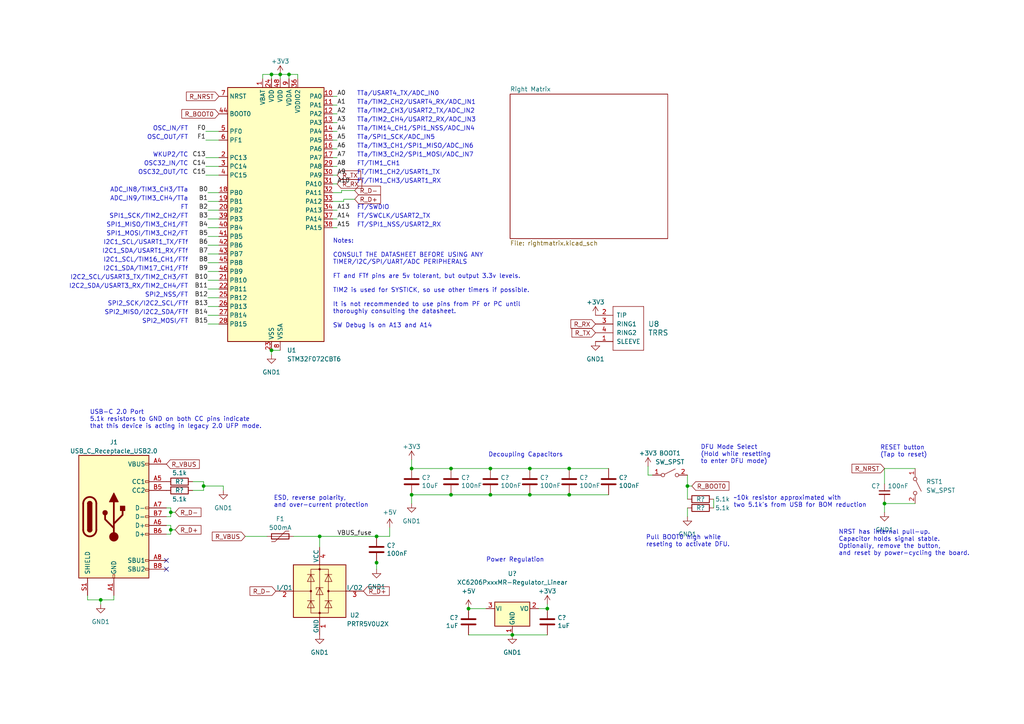
<source format=kicad_sch>
(kicad_sch (version 20230121) (generator eeschema)
  (paper "A4")
  (lib_symbols
    (symbol "+5V_1" (power) (pin_names (offset 0))
      (property "Value" "+5V_1" (at 0 3.556 0))
      (symbol "+5V_1_0_1"
        (polyline (pts (xy -0.762 1.27) (xy 0 2.54)))
        (polyline (pts (xy 0 0) (xy 0 2.54)))
        (polyline (pts (xy 0 2.54) (xy 0.762 1.27)))
      )
      (symbol "+5V_1_1_1"
        (pin power_in line (at 0 0 90) (length 0) hide (name "+5V") (number "1"))
      )
    )
    (symbol "Connector:USB_C_Receptacle_USB2.0" (pin_names (offset 1.016))
      (property "Reference" "J" (at -10.16 19.05 0))
      (property "Value" "USB_C_Receptacle_USB2.0" (at 19.05 19.05 0))
      (symbol "USB_C_Receptacle_USB2.0_0_0"
        (rectangle (start -0.254 -17.78) (end 0.254 -16.764))
        (rectangle (start 10.16 -14.986) (end 9.144 -15.494))
        (rectangle (start 10.16 -12.446) (end 9.144 -12.954))
        (rectangle (start 10.16 -4.826) (end 9.144 -5.334))
        (rectangle (start 10.16 -2.286) (end 9.144 -2.794))
        (rectangle (start 10.16 0.254) (end 9.144 -0.254))
        (rectangle (start 10.16 2.794) (end 9.144 2.286))
        (rectangle (start 10.16 7.874) (end 9.144 7.366))
        (rectangle (start 10.16 10.414) (end 9.144 9.906))
        (rectangle (start 10.16 15.494) (end 9.144 14.986))
      )
      (symbol "USB_C_Receptacle_USB2.0_0_1"
        (rectangle (start -10.16 17.78) (end 10.16 -17.78) (stroke (width 0.254)) (fill (type background)))
        (arc (start -8.89 -3.81) (mid -6.985 -5.7067) (end -5.08 -3.81) (stroke (width 0.508)))
        (arc (start -7.62 -3.81) (mid -6.985 -4.4423) (end -6.35 -3.81) (stroke (width 0.254)))
        (arc (start -7.62 -3.81) (mid -6.985 -4.4423) (end -6.35 -3.81) (stroke (width 0.254)) (fill (type outline)))
        (rectangle (start -7.62 -3.81) (end -6.35 3.81) (stroke (width 0.254)) (fill (type outline)))
        (arc (start -6.35 3.81) (mid -6.985 4.4423) (end -7.62 3.81) (stroke (width 0.254)))
        (arc (start -6.35 3.81) (mid -6.985 4.4423) (end -7.62 3.81) (stroke (width 0.254)) (fill (type outline)))
        (arc (start -5.08 3.81) (mid -6.985 5.7067) (end -8.89 3.81) (stroke (width 0.508)))
        (circle (center -2.54 1.143) (radius 0.635) (stroke (width 0.254)) (fill (type outline)))
        (circle (center 0 -5.842) (radius 1.27) (fill (type outline)))
        (polyline (pts (xy -8.89 -3.81) (xy -8.89 3.81)) (stroke (width 0.508)))
        (polyline (pts (xy -5.08 3.81) (xy -5.08 -3.81)) (stroke (width 0.508)))
        (polyline (pts (xy 0 -5.842) (xy 0 4.318)) (stroke (width 0.508)))
        (polyline (pts (xy 0 -3.302) (xy -2.54 -0.762) (xy -2.54 0.508)) (stroke (width 0.508)))
        (polyline (pts (xy 0 -2.032) (xy 2.54 0.508) (xy 2.54 1.778)) (stroke (width 0.508)))
        (polyline (pts (xy -1.27 4.318) (xy 0 6.858) (xy 1.27 4.318) (xy -1.27 4.318)) (stroke (width 0.254)) (fill (type outline)))
        (rectangle (start 1.905 1.778) (end 3.175 3.048) (stroke (width 0.254)) (fill (type outline)))
      )
      (symbol "USB_C_Receptacle_USB2.0_1_1"
        (pin passive line (at 0 -22.86 90) (length 5.08) (name "GND") (number "A1"))
        (pin passive line (at 0 -22.86 90) (length 5.08) hide (name "GND") (number "A12"))
        (pin passive line (at 15.24 15.24 180) (length 5.08) (name "VBUS") (number "A4"))
        (pin bidirectional line (at 15.24 10.16 180) (length 5.08) (name "CC1") (number "A5"))
        (pin bidirectional line (at 15.24 -2.54 180) (length 5.08) (name "D+") (number "A6"))
        (pin bidirectional line (at 15.24 2.54 180) (length 5.08) (name "D-") (number "A7"))
        (pin bidirectional line (at 15.24 -12.7 180) (length 5.08) (name "SBU1") (number "A8"))
        (pin passive line (at 15.24 15.24 180) (length 5.08) hide (name "VBUS") (number "A9"))
        (pin passive line (at 0 -22.86 90) (length 5.08) hide (name "GND") (number "B1"))
        (pin passive line (at 0 -22.86 90) (length 5.08) hide (name "GND") (number "B12"))
        (pin passive line (at 15.24 15.24 180) (length 5.08) hide (name "VBUS") (number "B4"))
        (pin bidirectional line (at 15.24 7.62 180) (length 5.08) (name "CC2") (number "B5"))
        (pin bidirectional line (at 15.24 -5.08 180) (length 5.08) (name "D+") (number "B6"))
        (pin bidirectional line (at 15.24 0 180) (length 5.08) (name "D-") (number "B7"))
        (pin bidirectional line (at 15.24 -15.24 180) (length 5.08) (name "SBU2") (number "B8"))
        (pin passive line (at 15.24 15.24 180) (length 5.08) hide (name "VBUS") (number "B9"))
        (pin passive line (at -7.62 -22.86 90) (length 5.08) (name "SHIELD") (number "S1"))
      )
    )
    (symbol "Device:C" (pin_numbers hide) (pin_names (offset 0.254))
      (property "Reference" "C" (at 0.635 2.54 0))
      (property "Value" "C" (at 0.635 -2.54 0))
      (symbol "C_0_1"
        (polyline (pts (xy -2.032 -0.762) (xy 2.032 -0.762)) (stroke (width 0.508)))
        (polyline (pts (xy -2.032 0.762) (xy 2.032 0.762)) (stroke (width 0.508)))
      )
      (symbol "C_1_1"
        (pin passive line (at 0 3.81 270) (length 2.794) (name "~") (number "1"))
        (pin passive line (at 0 -3.81 90) (length 2.794) (name "~") (number "2"))
      )
    )
    (symbol "Device:C_Small" (pin_numbers hide) (pin_names (offset 0.254) hide)
      (property "Reference" "C" (at 0.254 1.778 0))
      (property "Value" "C_Small" (at 0.254 -2.032 0))
      (symbol "C_Small_0_1"
        (polyline (pts (xy -1.524 -0.508) (xy 1.524 -0.508)) (stroke (width 0.3302)))
        (polyline (pts (xy -1.524 0.508) (xy 1.524 0.508)) (stroke (width 0.3048)))
      )
      (symbol "C_Small_1_1"
        (pin passive line (at 0 2.54 270) (length 2.032) (name "~") (number "1"))
        (pin passive line (at 0 -2.54 90) (length 2.032) (name "~") (number "2"))
      )
    )
    (symbol "Device:Polyfuse" (pin_numbers hide) (pin_names (offset 0))
      (property "Reference" "F" (at -2.54 0 90))
      (property "Value" "Polyfuse" (at 2.54 0 90))
      (symbol "Polyfuse_0_1"
        (rectangle (start -0.762 2.54) (end 0.762 -2.54) (stroke (width 0.254)))
        (polyline (pts (xy 0 2.54) (xy 0 -2.54)))
        (polyline (pts (xy -1.524 2.54) (xy -1.524 1.524) (xy 1.524 -1.524) (xy 1.524 -2.54)))
      )
      (symbol "Polyfuse_1_1"
        (pin passive line (at 0 3.81 270) (length 1.27) (name "~") (number "1"))
        (pin passive line (at 0 -3.81 90) (length 1.27) (name "~") (number "2"))
      )
    )
    (symbol "Device:R" (pin_numbers hide) (pin_names (offset 0))
      (property "Reference" "R" (at 2.032 0 90))
      (property "Value" "R" (at 0 0 90))
      (symbol "R_0_1"
        (rectangle (start -1.016 -2.54) (end 1.016 2.54) (stroke (width 0.254)))
      )
      (symbol "R_1_1"
        (pin passive line (at 0 3.81 270) (length 1.27) (name "~") (number "1"))
        (pin passive line (at 0 -3.81 90) (length 1.27) (name "~") (number "2"))
      )
    )
    (symbol "MCU_ST_STM32F0:STM32F072CBTx"
      (property "Reference" "U" (at -12.7 39.37 0))
      (property "Value" "STM32F072CBTx" (at 10.16 39.37 0))
      (symbol "STM32F072CBTx_0_1"
        (rectangle (start -12.7 -35.56) (end 15.24 38.1) (stroke (width 0.254)) (fill (type background)))
      )
      (symbol "STM32F072CBTx_1_1"
        (pin power_in line (at -2.54 40.64 270) (length 2.54) (name "VBAT") (number "1"))
        (pin bidirectional line (at 17.78 35.56 180) (length 2.54) (name "PA0") (number "10"))
        (pin bidirectional line (at 17.78 33.02 180) (length 2.54) (name "PA1") (number "11"))
        (pin bidirectional line (at 17.78 30.48 180) (length 2.54) (name "PA2") (number "12"))
        (pin bidirectional line (at 17.78 27.94 180) (length 2.54) (name "PA3") (number "13"))
        (pin bidirectional line (at 17.78 25.4 180) (length 2.54) (name "PA4") (number "14"))
        (pin bidirectional line (at 17.78 22.86 180) (length 2.54) (name "PA5") (number "15"))
        (pin bidirectional line (at 17.78 20.32 180) (length 2.54) (name "PA6") (number "16"))
        (pin bidirectional line (at 17.78 17.78 180) (length 2.54) (name "PA7") (number "17"))
        (pin bidirectional line (at -15.24 7.62 0) (length 2.54) (name "PB0") (number "18"))
        (pin bidirectional line (at -15.24 5.08 0) (length 2.54) (name "PB1") (number "19"))
        (pin bidirectional line (at -15.24 17.78 0) (length 2.54) (name "PC13") (number "2"))
        (pin bidirectional line (at -15.24 2.54 0) (length 2.54) (name "PB2") (number "20"))
        (pin bidirectional line (at -15.24 -17.78 0) (length 2.54) (name "PB10") (number "21"))
        (pin bidirectional line (at -15.24 -20.32 0) (length 2.54) (name "PB11") (number "22"))
        (pin power_in line (at 0 -38.1 90) (length 2.54) (name "VSS") (number "23"))
        (pin power_in line (at 0 40.64 270) (length 2.54) (name "VDD") (number "24"))
        (pin bidirectional line (at -15.24 -22.86 0) (length 2.54) (name "PB12") (number "25"))
        (pin bidirectional line (at -15.24 -25.4 0) (length 2.54) (name "PB13") (number "26"))
        (pin bidirectional line (at -15.24 -27.94 0) (length 2.54) (name "PB14") (number "27"))
        (pin bidirectional line (at -15.24 -30.48 0) (length 2.54) (name "PB15") (number "28"))
        (pin bidirectional line (at 17.78 15.24 180) (length 2.54) (name "PA8") (number "29"))
        (pin bidirectional line (at -15.24 15.24 0) (length 2.54) (name "PC14") (number "3"))
        (pin bidirectional line (at 17.78 12.7 180) (length 2.54) (name "PA9") (number "30"))
        (pin bidirectional line (at 17.78 10.16 180) (length 2.54) (name "PA10") (number "31"))
        (pin bidirectional line (at 17.78 7.62 180) (length 2.54) (name "PA11") (number "32"))
        (pin bidirectional line (at 17.78 5.08 180) (length 2.54) (name "PA12") (number "33"))
        (pin bidirectional line (at 17.78 2.54 180) (length 2.54) (name "PA13") (number "34"))
        (pin passive line (at 0 -38.1 90) (length 2.54) hide (name "VSS") (number "35"))
        (pin power_in line (at 7.62 40.64 270) (length 2.54) (name "VDDIO2") (number "36"))
        (pin bidirectional line (at 17.78 0 180) (length 2.54) (name "PA14") (number "37"))
        (pin bidirectional line (at 17.78 -2.54 180) (length 2.54) (name "PA15") (number "38"))
        (pin bidirectional line (at -15.24 0 0) (length 2.54) (name "PB3") (number "39"))
        (pin bidirectional line (at -15.24 12.7 0) (length 2.54) (name "PC15") (number "4"))
        (pin bidirectional line (at -15.24 -2.54 0) (length 2.54) (name "PB4") (number "40"))
        (pin bidirectional line (at -15.24 -5.08 0) (length 2.54) (name "PB5") (number "41"))
        (pin bidirectional line (at -15.24 -7.62 0) (length 2.54) (name "PB6") (number "42"))
        (pin bidirectional line (at -15.24 -10.16 0) (length 2.54) (name "PB7") (number "43"))
        (pin input line (at -15.24 30.48 0) (length 2.54) (name "BOOT0") (number "44"))
        (pin bidirectional line (at -15.24 -12.7 0) (length 2.54) (name "PB8") (number "45"))
        (pin bidirectional line (at -15.24 -15.24 0) (length 2.54) (name "PB9") (number "46"))
        (pin passive line (at 0 -38.1 90) (length 2.54) hide (name "VSS") (number "47"))
        (pin power_in line (at 2.54 40.64 270) (length 2.54) (name "VDD") (number "48"))
        (pin bidirectional line (at -15.24 25.4 0) (length 2.54) (name "PF0") (number "5"))
        (pin bidirectional line (at -15.24 22.86 0) (length 2.54) (name "PF1") (number "6"))
        (pin input line (at -15.24 35.56 0) (length 2.54) (name "NRST") (number "7"))
        (pin power_in line (at 2.54 -38.1 90) (length 2.54) (name "VSSA") (number "8"))
        (pin power_in line (at 5.08 40.64 270) (length 2.54) (name "VDDA") (number "9"))
      )
    )
    (symbol "Power_Protection:PRTR5V0U2X" (pin_names (offset 0))
      (property "Reference" "D" (at 2.794 8.636 0))
      (property "Value" "PRTR5V0U2X" (at 8.128 -9.398 0))
      (symbol "PRTR5V0U2X_0_1"
        (rectangle (start -7.62 -7.62) (end 7.62 7.62) (stroke (width 0.254)) (fill (type background)))
        (circle (center -2.54 0) (radius 0.254) (fill (type outline)))
        (rectangle (start -2.54 6.35) (end 2.54 -6.35))
        (circle (center 0 -6.35) (radius 0.254) (fill (type outline)))
        (polyline (pts (xy -2.54 0) (xy -7.62 0)))
        (polyline (pts (xy -1.524 -2.794) (xy -3.556 -2.794)))
        (polyline (pts (xy -1.524 4.826) (xy -3.556 4.826)))
        (polyline (pts (xy 0 -7.62) (xy 0 7.62)))
        (polyline (pts (xy 1.524 -2.794) (xy 3.556 -2.794)))
        (polyline (pts (xy 1.524 4.826) (xy 3.556 4.826)))
        (polyline (pts (xy 2.54 0) (xy 7.62 0)))
        (polyline (pts (xy 1.016 1.016) (xy -1.016 1.016) (xy -1.016 0.508)))
        (polyline (pts (xy -3.556 -4.826) (xy -1.524 -4.826) (xy -2.54 -2.794) (xy -3.556 -4.826)))
        (polyline (pts (xy -3.556 2.794) (xy -1.524 2.794) (xy -2.54 4.826) (xy -3.556 2.794)))
        (polyline (pts (xy -1.016 -1.016) (xy 1.016 -1.016) (xy 0 1.016) (xy -1.016 -1.016)))
        (polyline (pts (xy 3.556 -4.826) (xy 1.524 -4.826) (xy 2.54 -2.794) (xy 3.556 -4.826)))
        (polyline (pts (xy 3.556 2.794) (xy 1.524 2.794) (xy 2.54 4.826) (xy 3.556 2.794)))
        (circle (center 0 6.35) (radius 0.254) (fill (type outline)))
        (circle (center 2.54 0) (radius 0.254) (fill (type outline)))
      )
      (symbol "PRTR5V0U2X_1_1"
        (pin passive line (at 0 -12.7 90) (length 5.08) (name "GND") (number "1"))
        (pin passive line (at -12.7 0 0) (length 5.08) (name "I/O1") (number "2"))
        (pin passive line (at 12.7 0 180) (length 5.08) (name "I/O2") (number "3"))
        (pin passive line (at 0 12.7 270) (length 5.08) (name "VCC") (number "4"))
      )
    )
    (symbol "Switch:SW_SPST" (pin_names (offset 0) hide)
      (property "Reference" "SW" (at 0 3.175 0))
      (property "Value" "SW_SPST" (at 0 -2.54 0))
      (symbol "SW_SPST_0_0"
        (circle (center -2.032 0) (radius 0.508))
        (polyline (pts (xy -1.524 0.254) (xy 1.524 1.778)))
        (circle (center 2.032 0) (radius 0.508))
      )
      (symbol "SW_SPST_1_1"
        (pin passive line (at -5.08 0 0) (length 2.54) (name "A") (number "1"))
        (pin passive line (at 5.08 0 180) (length 2.54) (name "B") (number "2"))
      )
    )
    (symbol "keebio:TRRS" (pin_names (offset 1.016))
      (property "Reference" "U" (at 0 15.24 0))
      (property "Value" "TRRS" (at 0 -2.54 0))
      (symbol "TRRS_0_1"
        (rectangle (start -3.81 0) (end -3.81 12.7))
        (rectangle (start -3.81 12.7) (end 5.08 12.7))
        (rectangle (start 5.08 0) (end -3.81 0))
        (rectangle (start 5.08 12.7) (end 5.08 0))
      )
      (symbol "TRRS_1_1"
        (pin input line (at -8.89 2.54 0) (length 5.08) (name "SLEEVE") (number "1"))
        (pin input line (at -8.89 10.16 0) (length 5.08) (name "TIP") (number "2"))
        (pin input line (at -8.89 7.62 0) (length 5.08) (name "RING1") (number "3"))
        (pin input line (at -8.89 5.08 0) (length 5.08) (name "RING2") (number "4"))
      )
    )
    (symbol "kicad-keyboard-parts:XC6206PxxxMR-Regulator_Linear" (pin_names (offset 0.254))
      (property "Reference" "U" (at -3.81 3.175 0))
      (property "Value" "XC6206PxxxMR-Regulator_Linear" (at 0 3.175 0))
      (property "LCSC" "C5446" (at 0 0 0))
      (symbol "XC6206PxxxMR-Regulator_Linear_0_1"
        (rectangle (start -5.08 1.905) (end 5.08 -5.08) (stroke (width 0.254)) (fill (type background)))
      )
      (symbol "XC6206PxxxMR-Regulator_Linear_1_1"
        (pin power_in line (at 0 -7.62 90) (length 2.54) (name "GND") (number "1"))
        (pin power_out line (at 7.62 0 180) (length 2.54) (name "VO") (number "2"))
        (pin power_in line (at -7.62 0 0) (length 2.54) (name "VI") (number "3"))
      )
    )
    (symbol "power:+3V3" (power) (pin_names (offset 0))
      (property "Value" "+3V3" (at 0 3.556 0))
      (symbol "+3V3_0_1"
        (polyline (pts (xy -0.762 1.27) (xy 0 2.54)))
        (polyline (pts (xy 0 0) (xy 0 2.54)))
        (polyline (pts (xy 0 2.54) (xy 0.762 1.27)))
      )
      (symbol "+3V3_1_1"
        (pin power_in line (at 0 0 90) (length 0) hide (name "+3V3") (number "1"))
      )
    )
    (symbol "power:+5V" (power) (pin_names (offset 0))
      (property "Value" "+5V" (at 0 3.556 0))
      (symbol "+5V_0_1"
        (polyline (pts (xy -0.762 1.27) (xy 0 2.54)))
        (polyline (pts (xy 0 0) (xy 0 2.54)))
        (polyline (pts (xy 0 2.54) (xy 0.762 1.27)))
      )
      (symbol "+5V_1_1"
        (pin power_in line (at 0 0 90) (length 0) hide (name "+5V") (number "1"))
      )
    )
    (symbol "power:GND1" (power) (pin_names (offset 0))
      (property "Value" "GND1" (at 0 -3.81 0))
      (symbol "GND1_0_1"
        (polyline (pts (xy 0 0) (xy 0 -1.27) (xy 1.27 -1.27) (xy 0 -2.54) (xy -1.27 -1.27) (xy 0 -1.27)))
      )
      (symbol "GND1_1_1"
        (pin power_in line (at 0 0 270) (length 0) hide (name "GND1") (number "1"))
      )
    )
  )
  (junction (at 153.67 143.51))
  (junction (at 165.1 135.89))
  (junction (at 78.74 21.59))
  (junction (at 256.54 146.05))
  (junction (at 78.74 101.6))
  (junction (at 109.22 163.195))
  (junction (at 49.53 148.59))
  (junction (at 119.38 135.89))
  (junction (at 153.67 135.89))
  (junction (at 130.81 135.89))
  (junction (at 29.21 173.99))
  (junction (at 49.53 153.67))
  (junction (at 92.71 155.575))
  (junction (at 142.24 135.89))
  (junction (at 135.89 176.53))
  (junction (at 59.055 140.97))
  (junction (at 142.24 143.51))
  (junction (at 109.22 155.575))
  (junction (at 119.38 143.51))
  (junction (at 199.39 140.97))
  (junction (at 81.28 21.59))
  (junction (at 130.81 143.51))
  (junction (at 165.1 143.51))
  (junction (at 148.59 184.15) (diameter 0.9144))
  (junction (at 83.82 21.59))
  (junction (at 158.75 176.53))
  (no_connect (at 48.26 165.1))
  (no_connect (at 48.26 162.56))
  (wire (pts (xy 83.82 21.59) (xy 83.82 22.86)))
  (wire (pts (xy 60.325 81.28) (xy 63.5 81.28)))
  (wire (pts (xy 102.87 57.785) (xy 99.695 57.785)))
  (wire (pts (xy 83.82 21.59) (xy 81.28 21.59)))
  (wire (pts (xy 109.22 155.575) (xy 113.03 155.575)))
  (wire (pts (xy 97.79 27.94) (xy 96.52 27.94)))
  (wire (pts (xy 83.82 21.59) (xy 86.36 21.59)))
  (wire (pts (xy 119.38 133.35) (xy 119.38 135.89)))
  (wire (pts (xy 76.2 21.59) (xy 78.74 21.59)))
  (wire (pts (xy 97.79 50.8) (xy 96.52 50.8)))
  (wire (pts (xy 109.22 162.56) (xy 109.22 163.195)))
  (wire (pts (xy 29.21 173.99) (xy 33.02 173.99)))
  (wire (pts (xy 187.96 137.795) (xy 187.96 135.255)))
  (wire (pts (xy 60.325 73.66) (xy 63.5 73.66)))
  (wire (pts (xy 142.24 143.51) (xy 130.81 143.51)))
  (wire (pts (xy 78.74 102.87) (xy 78.74 101.6)))
  (wire (pts (xy 60.325 71.12) (xy 63.5 71.12)))
  (wire (pts (xy 156.21 176.53) (xy 158.75 176.53)))
  (wire (pts (xy 97.79 45.72) (xy 96.52 45.72)))
  (wire (pts (xy 59.055 142.24) (xy 59.055 140.97)))
  (wire (pts (xy 60.325 76.2) (xy 63.5 76.2)))
  (wire (pts (xy 48.26 149.86) (xy 49.53 149.86)))
  (wire (pts (xy 199.39 147.32) (xy 199.39 149.86)))
  (wire (pts (xy 256.54 135.89) (xy 265.43 135.89)))
  (wire (pts (xy 97.79 60.96) (xy 96.52 60.96)))
  (wire (pts (xy 29.21 175.26) (xy 29.21 173.99)))
  (wire (pts (xy 48.26 147.32) (xy 49.53 147.32)))
  (wire (pts (xy 97.79 35.56) (xy 96.52 35.56)))
  (wire (pts (xy 199.39 140.97) (xy 199.39 144.78)))
  (wire (pts (xy 113.03 153.035) (xy 113.03 155.575)))
  (wire (pts (xy 60.325 60.96) (xy 63.5 60.96)))
  (wire (pts (xy 59.69 48.26) (xy 63.5 48.26)))
  (wire (pts (xy 256.54 135.89) (xy 256.54 140.335)))
  (wire (pts (xy 142.24 135.89) (xy 130.81 135.89)))
  (wire (pts (xy 49.53 154.94) (xy 49.53 153.67)))
  (wire (pts (xy 256.54 148.59) (xy 256.54 146.05)))
  (wire (pts (xy 97.79 48.26) (xy 96.52 48.26)))
  (wire (pts (xy 148.59 184.15) (xy 135.89 184.15)))
  (wire (pts (xy 135.89 176.53) (xy 140.97 176.53)))
  (wire (pts (xy 78.74 21.59) (xy 78.74 22.86)))
  (wire (pts (xy 59.69 38.1) (xy 63.5 38.1)))
  (wire (pts (xy 60.325 83.82) (xy 63.5 83.82)))
  (wire (pts (xy 148.59 184.15) (xy 158.75 184.15)))
  (wire (pts (xy 60.325 91.44) (xy 63.5 91.44)))
  (wire (pts (xy 97.79 66.04) (xy 96.52 66.04)))
  (wire (pts (xy 102.87 55.245) (xy 99.06 55.245)))
  (wire (pts (xy 71.12 155.575) (xy 77.47 155.575)))
  (wire (pts (xy 25.4 173.99) (xy 29.21 173.99)))
  (wire (pts (xy 92.71 155.575) (xy 109.22 155.575)))
  (wire (pts (xy 48.26 154.94) (xy 49.53 154.94)))
  (wire (pts (xy 142.24 135.89) (xy 153.67 135.89)))
  (wire (pts (xy 97.79 38.1) (xy 96.52 38.1)))
  (wire (pts (xy 142.24 143.51) (xy 153.67 143.51)))
  (wire (pts (xy 64.77 140.97) (xy 64.77 142.24)))
  (wire (pts (xy 97.79 53.34) (xy 96.52 53.34)))
  (wire (pts (xy 49.53 148.59) (xy 50.8 148.59)))
  (wire (pts (xy 99.06 55.245) (xy 99.06 55.88)))
  (wire (pts (xy 59.69 40.64) (xy 63.5 40.64)))
  (wire (pts (xy 99.695 57.785) (xy 99.695 58.42)))
  (wire (pts (xy 49.53 152.4) (xy 49.53 153.67)))
  (wire (pts (xy 78.74 21.59) (xy 81.28 21.59)))
  (wire (pts (xy 207.01 144.78) (xy 207.01 147.32)))
  (wire (pts (xy 153.67 143.51) (xy 165.1 143.51)))
  (wire (pts (xy 59.69 45.72) (xy 63.5 45.72)))
  (wire (pts (xy 49.53 153.67) (xy 50.8 153.67)))
  (wire (pts (xy 119.38 146.05) (xy 119.38 143.51)))
  (wire (pts (xy 256.54 146.05) (xy 256.54 145.415)))
  (wire (pts (xy 97.79 43.18) (xy 96.52 43.18)))
  (wire (pts (xy 130.81 135.89) (xy 119.38 135.89)))
  (wire (pts (xy 33.02 173.99) (xy 33.02 172.72)))
  (wire (pts (xy 92.71 155.575) (xy 92.71 158.75)))
  (wire (pts (xy 97.79 33.02) (xy 96.52 33.02)))
  (wire (pts (xy 256.54 146.05) (xy 265.43 146.05)))
  (wire (pts (xy 158.75 175.26) (xy 158.75 176.53)))
  (wire (pts (xy 97.79 30.48) (xy 96.52 30.48)))
  (wire (pts (xy 86.36 21.59) (xy 86.36 22.86)))
  (wire (pts (xy 55.88 142.24) (xy 59.055 142.24)))
  (wire (pts (xy 97.79 63.5) (xy 96.52 63.5)))
  (wire (pts (xy 60.325 88.9) (xy 63.5 88.9)))
  (wire (pts (xy 199.39 140.97) (xy 200.66 140.97)))
  (wire (pts (xy 48.26 152.4) (xy 49.53 152.4)))
  (wire (pts (xy 60.325 66.04) (xy 63.5 66.04)))
  (wire (pts (xy 59.055 140.97) (xy 64.77 140.97)))
  (wire (pts (xy 60.325 55.88) (xy 63.5 55.88)))
  (wire (pts (xy 199.39 137.795) (xy 199.39 140.97)))
  (wire (pts (xy 55.88 139.7) (xy 59.055 139.7)))
  (wire (pts (xy 189.23 137.795) (xy 187.96 137.795)))
  (wire (pts (xy 60.325 58.42) (xy 63.5 58.42)))
  (wire (pts (xy 78.74 101.6) (xy 81.28 101.6)))
  (wire (pts (xy 165.1 135.89) (xy 176.53 135.89)))
  (wire (pts (xy 97.79 40.64) (xy 96.52 40.64)))
  (wire (pts (xy 81.28 21.59) (xy 81.28 22.86)))
  (wire (pts (xy 60.325 93.98) (xy 63.5 93.98)))
  (wire (pts (xy 60.325 78.74) (xy 63.5 78.74)))
  (wire (pts (xy 49.53 148.59) (xy 49.53 149.86)))
  (wire (pts (xy 60.325 86.36) (xy 63.5 86.36)))
  (wire (pts (xy 85.09 155.575) (xy 92.71 155.575)))
  (wire (pts (xy 25.4 172.72) (xy 25.4 173.99)))
  (wire (pts (xy 60.325 68.58) (xy 63.5 68.58)))
  (wire (pts (xy 130.81 143.51) (xy 119.38 143.51)))
  (wire (pts (xy 153.67 135.89) (xy 165.1 135.89)))
  (wire (pts (xy 59.055 140.97) (xy 59.055 139.7)))
  (wire (pts (xy 49.53 147.32) (xy 49.53 148.59)))
  (wire (pts (xy 99.695 58.42) (xy 96.52 58.42)))
  (wire (pts (xy 109.22 163.195) (xy 109.22 165.1)))
  (wire (pts (xy 76.2 21.59) (xy 76.2 22.86)))
  (wire (pts (xy 60.325 63.5) (xy 63.5 63.5)))
  (wire (pts (xy 59.69 50.8) (xy 63.5 50.8)))
  (wire (pts (xy 165.1 143.51) (xy 176.53 143.51)))
  (wire (pts (xy 99.06 55.88) (xy 96.52 55.88)))
  (text "TTa/TIM3_CH1/SPI1_MISO/ADC_IN6" (at 103.505 43.18 0) (effects (font (size 1.27 1.27)) (justify left bottom)))
  (text "SPI2_MISO/I2C2_SDA/FTf" (at 54.61 91.44 0) (effects (font (size 1.27 1.27)) (justify right bottom)))
  (text "I2C2_SDA/USART3_RX/TIM2_CH4/FT" (at 54.61 83.82 0) (effects (font (size 1.27 1.27)) (justify right bottom)))
  (text "OSC32_IN/TC" (at 54.61 48.26 0) (effects (font (size 1.27 1.27)) (justify right bottom)))
  (text "FT/SPI1_NSS/USART2_RX" (at 103.505 66.04 0) (effects (font (size 1.27 1.27)) (justify left bottom)))
  (text "TTa/TIM2_CH2/USART4_RX/ADC_IN1" (at 103.505 30.48 0) (effects (font (size 1.27 1.27)) (justify left bottom)))
  (text "TTa/TIM14_CH1/SPI1_NSS/ADC_IN4" (at 103.505 38.1 0) (effects (font (size 1.27 1.27)) (justify left bottom)))
  (text "SPI1_SCK/TIM2_CH2/FT" (at 54.61 63.5 0) (effects (font (size 1.27 1.27)) (justify right bottom)))
  (text "TTa/TIM2_CH3/USART2_TX/ADC_IN2" (at 103.505 33.02 0) (effects (font (size 1.27 1.27)) (justify left bottom)))
  (text "SPI1_MISO/TIM3_CH1/FT" (at 54.61 66.04 0) (effects (font (size 1.27 1.27)) (justify right bottom)))
  (text "FT" (at 54.61 60.96 0) (effects (font (size 1.27 1.27)) (justify right bottom)))
  (text "Pull BOOT0 high while \nreseting to activate DFU." (at 187.325 158.75 0) (effects (font (size 1.27 1.27)) (justify left bottom)))
  (text "ADC_IN9/TIM3_CH4/TTa" (at 54.61 58.42 0) (effects (font (size 1.27 1.27)) (justify right bottom)))
  (text "Decoupling Capacitors" (at 141.605 132.715 0) (effects (font (size 1.27 1.27)) (justify left bottom)))
  (text "TTa/USART4_TX/ADC_IN0" (at 103.505 27.94 0) (effects (font (size 1.27 1.27)) (justify left bottom)))
  (text "ESD, reverse polarity,\nand over-current protection" (at 79.375 147.32 0) (effects (font (size 1.27 1.27)) (justify left bottom)))
  (text "WKUP2/TC" (at 54.61 45.72 0) (effects (font (size 1.27 1.27)) (justify right bottom)))
  (text "NRST has internal pull-up.\nCapacitor holds signal stable.\nOptionally, remove the button,\nand reset by power-cycling the board." (at 243.205 161.29 0) (effects (font (size 1.27 1.27)) (justify left bottom)))
  (text "FT/TIM1_CH1" (at 103.505 48.26 0) (effects (font (size 1.27 1.27)) (justify left bottom)))
  (text "SPI1_MOSI/TIM3_CH2/FT" (at 54.61 68.58 0) (effects (font (size 1.27 1.27)) (justify right bottom)))
  (text "OSC32_OUT/TC" (at 54.61 50.8 0) (effects (font (size 1.27 1.27)) (justify right bottom)))
  (text "ADC_IN8/TIM3_CH3/TTa" (at 54.61 55.88 0) (effects (font (size 1.27 1.27)) (justify right bottom)))
  (text "OSC_OUT/FT" (at 54.61 40.64 0) (effects (font (size 1.27 1.27)) (justify right bottom)))
  (text "RESET button\n(Tap to reset)" (at 255.27 132.715 0) (effects (font (size 1.27 1.27)) (justify left bottom)))
  (text "I2C1_SDA/USART1_RX/FTf" (at 54.61 73.66 0) (effects (font (size 1.27 1.27)) (justify right bottom)))
  (text "I2C1_SDA/TIM17_CH1/FTf" (at 54.61 78.74 0) (effects (font (size 1.27 1.27)) (justify right bottom)))
  (text "Power Regulation" (at 140.97 163.195 0) (effects (font (size 1.27 1.27)) (justify left bottom)))
  (text "Notes:\n\nCONSULT THE DATASHEET BEFORE USING ANY \nTIMER/I2C/SPI/UART/ADC PERIPHERALS\n\nFT and FTf pins are 5v tolerant, but output 3.3v levels.\n\nTIM2 is used for SYSTICK, so use other timers if possible.\n\nIt is not recommended to use pins from PF or PC until\nthoroughly consulting the datasheet.\n\nSW Debug is on A13 and A14" (at 96.52 95.25 0) (effects (font (size 1.27 1.27)) (justify left bottom)))
  (text "I2C1_SCL/USART1_TX/FTf" (at 54.61 71.12 0) (effects (font (size 1.27 1.27)) (justify right bottom)))
  (text "FT/TIM1_CH3/USART1_RX" (at 103.505 53.34 0) (effects (font (size 1.27 1.27)) (justify left bottom)))
  (text "USB-C 2.0 Port\n5.1k resistors to GND on both CC pins indicate\nthat this device is acting in legacy 2.0 UFP mode." (at 26.035 124.46 0) (effects (font (size 1.27 1.27)) (justify left bottom)))
  (text "SPI2_MOSI/FT" (at 54.61 93.98 0) (effects (font (size 1.27 1.27)) (justify right bottom)))
  (text "TTa/TIM2_CH4/USART2_RX/ADC_IN3" (at 103.505 35.56 0) (effects (font (size 1.27 1.27)) (justify left bottom)))
  (text "I2C1_SCL/TIM16_CH1/FTf" (at 54.61 76.2 0) (effects (font (size 1.27 1.27)) (justify right bottom)))
  (text "FT/TIM1_CH2/USART1_TX" (at 103.505 50.8 0) (effects (font (size 1.27 1.27)) (justify left bottom)))
  (text "TTa/SPI1_SCK/ADC_IN5" (at 103.505 40.64 0) (effects (font (size 1.27 1.27)) (justify left bottom)))
  (text "TTa/TIM3_CH2/SPI1_MOSI/ADC_IN7" (at 103.505 45.72 0) (effects (font (size 1.27 1.27)) (justify left bottom)))
  (text "OSC_IN/FT" (at 54.61 38.1 0) (effects (font (size 1.27 1.27)) (justify right bottom)))
  (text "I2C2_SCL/USART3_TX/TIM2_CH3/FT" (at 54.61 81.28 0) (effects (font (size 1.27 1.27)) (justify right bottom)))
  (text "~10k resistor approximated with\ntwo 5.1k's from USB for BOM reduction" (at 212.725 147.32 0) (effects (font (size 1.27 1.27)) (justify left bottom)))
  (text "SPI2_SCK/I2C2_SCL/FTf" (at 54.61 88.9 0) (effects (font (size 1.27 1.27)) (justify right bottom)))
  (text "FT/SWDIO" (at 103.505 60.96 0) (effects (font (size 1.27 1.27)) (justify left bottom)))
  (text "SPI2_NSS/FT" (at 54.61 86.36 0) (effects (font (size 1.27 1.27)) (justify right bottom)))
  (text "FT/SWCLK/USART2_TX" (at 103.505 63.5 0) (effects (font (size 1.27 1.27)) (justify left bottom)))
  (text "DFU Mode Select\n(Hold while resetting\nto enter DFU mode)" (at 203.2 134.62 0) (effects (font (size 1.27 1.27)) (justify left bottom)))
  (label "A10" (at 97.79 53.34 0))
  (label "A3" (at 97.79 35.56 0))
  (label "C15" (at 59.69 50.8 180))
  (label "A15" (at 97.79 66.04 0))
  (label "A14" (at 97.79 63.5 0))
  (label "B3" (at 60.325 63.5 180))
  (label "C14" (at 59.69 48.26 180))
  (label "A7" (at 97.79 45.72 0))
  (label "A4" (at 97.79 38.1 0))
  (label "C13" (at 59.69 45.72 180))
  (label "A1" (at 97.79 30.48 0))
  (label "A0" (at 97.79 27.94 0))
  (label "B7" (at 60.325 73.66 180))
  (label "B15" (at 60.325 93.98 180))
  (label "B9" (at 60.325 78.74 180))
  (label "B1" (at 60.325 58.42 180))
  (label "VBUS_fuse" (at 97.79 155.575 0))
  (label "B0" (at 60.325 55.88 180))
  (label "A13" (at 97.79 60.96 0))
  (label "B11" (at 60.325 83.82 180))
  (label "A6" (at 97.79 43.18 0))
  (label "F1" (at 59.69 40.64 180))
  (label "B2" (at 60.325 60.96 180))
  (label "B8" (at 60.325 76.2 180))
  (label "B4" (at 60.325 66.04 180))
  (label "A8" (at 97.79 48.26 0))
  (label "A2" (at 97.79 33.02 0))
  (label "B5" (at 60.325 68.58 180))
  (label "A5" (at 97.79 40.64 0))
  (label "B13" (at 60.325 88.9 180))
  (label "B12" (at 60.325 86.36 180))
  (label "F0" (at 59.69 38.1 180))
  (label "A9" (at 97.79 50.8 0))
  (label "B6" (at 60.325 71.12 180))
  (label "B14" (at 60.325 91.44 180))
  (label "B10" (at 60.325 81.28 180))
  (global_label "R_TX" (shape input) (at 172.72 96.52 180) (property "Intersheetrefs" "${INTERSHEET_REFS}" (effects hide)))
  (global_label "R_BOOT0" (shape input) (at 200.66 140.97 0) (property "Intersheetrefs" "${INTERSHEET_REFS}" (effects hide)))
  (global_label "R_D+" (shape input) (at 50.8 153.67 0) (property "Intersheetrefs" "${INTERSHEET_REFS}" (effects hide)))
  (global_label "R_VBUS" (shape input) (at 48.26 134.62 0) (property "Intersheetrefs" "${INTERSHEET_REFS}" (effects hide)))
  (global_label "R_NRST" (shape input) (at 63.5 27.94 180) (property "Intersheetrefs" "${INTERSHEET_REFS}" (effects hide)))
  (global_label "R_VBUS" (shape input) (at 71.12 155.575 180) (property "Intersheetrefs" "${INTERSHEET_REFS}" (effects hide)))
  (global_label "R_D-" (shape input) (at 80.01 171.45 180) (property "Intersheetrefs" "${INTERSHEET_REFS}" (effects hide)))
  (global_label "R_RX" (shape input) (at 172.72 93.98 180) (property "Intersheetrefs" "${INTERSHEET_REFS}" (effects hide)))
  (global_label "R_TX" (shape input) (at 97.79 50.8 0) (property "Intersheetrefs" "${INTERSHEET_REFS}" (effects hide)))
  (global_label "R_D-" (shape input) (at 50.8 148.59 0) (property "Intersheetrefs" "${INTERSHEET_REFS}" (effects hide)))
  (global_label "R_D+" (shape input) (at 105.41 171.45 0) (property "Intersheetrefs" "${INTERSHEET_REFS}" (effects hide)))
  (global_label "R_BOOT0" (shape input) (at 63.5 33.02 180) (property "Intersheetrefs" "${INTERSHEET_REFS}" (effects hide)))
  (global_label "R_D-" (shape input) (at 102.87 55.245 0) (property "Intersheetrefs" "${INTERSHEET_REFS}" (effects hide)))
  (global_label "R_RX" (shape input) (at 97.79 53.34 0) (property "Intersheetrefs" "${INTERSHEET_REFS}" (effects hide)))
  (global_label "R_D+" (shape input) (at 102.87 57.785 0) (property "Intersheetrefs" "${INTERSHEET_REFS}" (effects hide)))
  (global_label "R_NRST" (shape input) (at 256.54 135.89 180) (property "Intersheetrefs" "${INTERSHEET_REFS}" (effects hide)))
  (symbol (lib_id "power:GND1") (at 256.54 148.59 0) (unit 1)
    (property "Reference" "#PWR022" (effects hide))
    (property "Value" "GND1" (at 256.54 153.67 0))
  )
  (symbol (lib_id "power:GND1") (at 78.74 102.87 0) (unit 1)
    (property "Reference" "#PWR031" (effects hide))
    (property "Value" "GND1" (at 78.74 107.95 0))
  )
  (symbol (lib_id "Device:R") (at 52.07 142.24 90) (unit 1)
    (property "Reference" "R?" (at 52.07 142.24 90))
    (property "Value" "5.1k" (at 52.07 144.78 90))
    (property "Footprint" "Resistor_SMD:R_0402_1005Metric" (effects hide))
    (instances (project "LeChiffre" (path "" (reference "R?") (unit 1))) (project "spruce_p3_together" (path "" (reference "R2") (unit 1)) (path "" (reference "R6") (unit 1))) (project "stm32_hotswap_chiffre" (path "" (reference "R2") (unit 1))))
  )
  (symbol (lib_id "Switch:SW_SPST") (at 194.31 137.795 0) (unit 1)
    (property "Reference" "BOOT1" (at 194.31 131.445 0))
    (property "Value" "SW_SPST" (at 194.31 133.985 0))
    (property "Footprint" "Button_Switch_SMD:SW_SPST_TL3342" (effects hide))
    (instances (project "spruce_p3_together" (path "" (reference "BOOT1") (unit 1)) (path "" (reference "BOOT2") (unit 1))))
  )
  (symbol (lib_id "power:+3V3") (at 158.75 175.26 0) (unit 1)
    (property "Reference" "#PWR012" (effects hide))
    (property "Value" "+3V3" (at 158.75 171.45 0))
    (instances (project "spruce_p3_together" (path "" (reference "#PWR012") (unit 1)) (path "" (reference "#PWR027") (unit 1))) (project "stm32_hotswap_chiffre" (path "" (reference "#PWR021") (unit 1))))
  )
  (symbol (lib_id "Device:C") (at 153.67 139.7 0) (unit 1)
    (property "Reference" "C?" (at 156.591 138.5316 0) (effects (justify left)))
    (property "Value" "100nF" (at 156.591 140.843 0) (effects (justify left)))
    (property "Footprint" "Capacitor_SMD:C_0402_1005Metric" (effects hide))
    (property "LCSC" "C307331" (effects hide))
    (instances (project "LeChiffre" (path "" (reference "C?") (unit 1))) (project "spruce_p3_together" (path "" (reference "C5") (unit 1)) (path "" (reference "C15") (unit 1))) (project "stm32_hotswap_chiffre" (path "" (reference "C3") (unit 1))))
  )
  (symbol (lib_id "Switch:SW_SPST") (at 265.43 140.97 270) (unit 1)
    (property "Reference" "RST1" (at 268.605 139.7 90) (effects (justify left)))
    (property "Value" "SW_SPST" (at 268.605 142.24 90) (effects (justify left)))
    (property "Footprint" "Button_Switch_SMD:SW_SPST_TL3342" (effects hide))
    (instances (project "spruce_p3_together" (path "" (reference "RST1") (unit 1)) (path "" (reference "RST2") (unit 1))))
  )
  (symbol (lib_id "Device:C") (at 165.1 139.7 0) (unit 1)
    (property "Reference" "C?" (at 168.021 138.5316 0) (effects (justify left)))
    (property "Value" "100nF" (at 168.021 140.843 0) (effects (justify left)))
    (property "Footprint" "Capacitor_SMD:C_0402_1005Metric" (effects hide))
    (property "LCSC" "C307331" (effects hide))
    (instances (project "LeChiffre" (path "" (reference "C?") (unit 1))) (project "spruce_p3_together" (path "" (reference "C6") (unit 1)) (path "" (reference "C16") (unit 1))) (project "stm32_hotswap_chiffre" (path "" (reference "C4") (unit 1))))
  )
  (symbol (lib_id "power:GND1") (at 29.21 175.26 0) (unit 1)
    (property "Reference" "#PWR032" (effects hide))
    (property "Value" "GND1" (at 29.21 180.34 0))
  )
  (symbol (lib_id "Device:C") (at 176.53 139.7 0) (unit 1)
    (property "Reference" "C?" (at 179.451 138.5316 0) (effects (justify left)))
    (property "Value" "100nF" (at 179.451 140.843 0) (effects (justify left)))
    (property "Footprint" "Capacitor_SMD:C_0402_1005Metric" (effects hide))
    (property "LCSC" "C307331" (effects hide))
    (instances (project "LeChiffre" (path "" (reference "C?") (unit 1))) (project "spruce_p3_together" (path "" (reference "C7") (unit 1)) (path "" (reference "C17") (unit 1))) (project "stm32_hotswap_chiffre" (path "" (reference "C4") (unit 1))))
  )
  (symbol (lib_id "Device:Polyfuse") (at 81.28 155.575 90) (unit 1)
    (property "Reference" "F1" (at 81.28 150.495 90))
    (property "Value" "500mA" (at 81.28 153.035 90))
    (property "Footprint" "Fuse:Fuse_1206_3216Metric" (effects hide))
    (property "LCSC" "C135341" (effects hide))
    (instances (project "spruce_p3_together" (path "" (reference "F1") (unit 1)) (path "" (reference "F2") (unit 1))) (project "stm32_hotswap_chiffre" (path "" (reference "F1") (unit 1))))
  )
  (symbol (lib_id "Power_Protection:PRTR5V0U2X") (at 92.71 171.45 0) (unit 1)
    (property "Reference" "U2" (at 102.87 178.435 0))
    (property "Value" "PRTR5V0U2X" (at 106.68 180.975 0))
    (property "Footprint" "Package_TO_SOT_SMD:SOT-143" (effects hide))
    (property "Datasheet" "https://assets.nexperia.com/documents/data-sheet/PRTR5V0U2X.pdf" (effects hide))
    (property "LCSC" "C2827688" (effects hide))
    (property "JlcRotOffset" "90" (effects hide))
    (instances (project "spruce_p3_together" (path "" (reference "U2") (unit 1)) (path "" (reference "U5") (unit 1))) (project "stm32_hotswap_chiffre" (path "" (reference "U2") (unit 1))) (project "EC60-Rev_1_1" (path "" (reference "D1") (unit 1))))
  )
  (symbol (lib_id "power:+3V3") (at 187.96 135.255 0) (mirror y) (unit 1)
    (property "Reference" "#PWR03" (effects hide))
    (property "Value" "+3V3" (at 187.96 131.445 0))
    (instances (project "spruce_p3_together" (path "" (reference "#PWR03") (unit 1)) (path "" (reference "#PWR018") (unit 1))) (project "stm32_hotswap_chiffre" (path "" (reference "#PWR09") (unit 1))))
  )
  (symbol (lib_name "+5V_1") (lib_id "power:+5V") (at 113.03 153.035 0) (unit 1)
    (property "Reference" "#PWR09" (effects hide))
    (property "Value" "+5V" (at 113.03 148.59 0))
    (instances (project "spruce_p3_together" (path "" (reference "#PWR09") (unit 1)) (path "" (reference "#PWR024") (unit 1))) (project "stm32_hotswap_chiffre" (path "" (reference "#PWR010") (unit 1))))
  )
  (symbol (lib_id "Device:C_Small") (at 256.54 142.875 0) (mirror y) (unit 1)
    (property "Reference" "C?" (at 255.27 140.97 0) (effects (justify left)))
    (property "Value" "100nF" (at 263.525 140.97 0) (effects (justify left)))
    (property "Footprint" "Capacitor_SMD:C_0402_1005Metric" (effects hide))
    (property "LCSC" "C307331" (effects hide))
    (instances (project "TKL" (path "" (reference "C?") (unit 1))) (project "spruce_p3_together" (path "" (reference "C1") (unit 1)) (path "" (reference "C11") (unit 1))) (project "stm32_hotswap_chiffre" (path "" (reference "C7") (unit 1))))
  )
  (symbol (lib_id "power:+3V3") (at 81.28 21.59 0) (unit 1)
    (property "Reference" "#PWR01" (effects hide))
    (property "Value" "+3V3" (at 81.28 17.78 0))
    (instances (project "spruce_p3_together" (path "" (reference "#PWR01") (unit 1)) (path "" (reference "#PWR016") (unit 1))) (project "stm32_hotswap_chiffre" (path "" (reference "#PWR01") (unit 1))))
  )
  (symbol (lib_id "power:GND1") (at 64.77 142.24 0) (unit 1)
    (property "Reference" "#PWR017" (effects hide))
    (property "Value" "GND1" (at 64.77 147.32 0))
  )
  (symbol (lib_id "kicad-keyboard-parts:XC6206PxxxMR-Regulator_Linear") (at 148.59 176.53 0) (unit 1)
    (property "Reference" "U?" (at 148.59 166.37 0))
    (property "Value" "XC6206PxxxMR-Regulator_Linear" (at 148.59 168.91 0))
    (property "Footprint" "Package_TO_SOT_SMD:SOT-23" (effects hide))
    (property "Datasheet" "https://www.torexsemi.com/file/xc6206/XC6206.pdf" (effects hide))
    (property "LCSC" "C5446" (effects hide))
    (instances (project "TKL" (path "" (reference "U?") (unit 1))) (project "spruce_p3_together" (path "" (reference "U3") (unit 1)) (path "" (reference "U6") (unit 1))) (project "stm32_hotswap_chiffre" (path "" (reference "U3") (unit 1))))
  )
  (symbol (lib_id "Device:C") (at 142.24 139.7 0) (unit 1)
    (property "Reference" "C?" (at 145.161 138.5316 0) (effects (justify left)))
    (property "Value" "100nF" (at 145.161 140.843 0) (effects (justify left)))
    (property "Footprint" "Capacitor_SMD:C_0402_1005Metric" (effects hide))
    (property "LCSC" "C307331" (effects hide))
    (instances (project "LeChiffre" (path "" (reference "C?") (unit 1))) (project "spruce_p3_together" (path "" (reference "C4") (unit 1)) (path "" (reference "C14") (unit 1))) (project "stm32_hotswap_chiffre" (path "" (reference "C2") (unit 1))))
  )
  (symbol (lib_id "MCU_ST_STM32F0:STM32F072CBTx") (at 78.74 63.5 0) (unit 1)
    (property "Reference" "U1" (at 83.2359 101.6 0) (effects (justify left)))
    (property "Value" "STM32F072CBT6" (at 83.2359 104.14 0) (effects (justify left)))
    (property "Footprint" "Package_QFP:LQFP-48_7x7mm_P0.5mm" (effects hide))
    (property "Datasheet" "https://www.st.com/resource/en/datasheet/stm32f072cb.pdf" (effects hide))
    (property "JlcRotOffset" "90" (effects hide))
    (instances (project "spruce_p3_together" (path "" (reference "U1") (unit 1)) (path "" (reference "U4") (unit 1))) (project "stm32_hotswap_chiffre" (path "" (reference "U1") (unit 1))))
  )
  (symbol (lib_id "power:GND1") (at 109.22 165.1 0) (unit 1)
    (property "Reference" "#PWR020" (effects hide))
    (property "Value" "GND1" (at 109.22 170.18 0))
  )
  (symbol (lib_id "power:GND1") (at 92.71 184.15 0) (unit 1)
    (property "Reference" "#PWR033" (effects hide))
    (property "Value" "GND1" (at 92.71 189.23 0))
  )
  (symbol (lib_id "power:+5V") (at 135.89 176.53 0) (unit 1)
    (property "Reference" "#PWR?" (effects hide))
    (property "Value" "+5V" (at 135.89 171.45 0))
    (instances (project "TKL" (path "" (reference "#PWR?") (unit 1))) (project "spruce_p3_together" (path "" (reference "#PWR013") (unit 1)) (path "" (reference "#PWR028") (unit 1))) (project "stm32_hotswap_chiffre" (path "" (reference "#PWR022") (unit 1))))
  )
  (symbol (lib_id "power:+3V3") (at 119.38 133.35 0) (unit 1)
    (property "Reference" "#PWR04" (effects hide))
    (property "Value" "+3V3" (at 119.38 129.54 0))
    (instances (project "spruce_p3_together" (path "" (reference "#PWR04") (unit 1)) (path "" (reference "#PWR019") (unit 1))) (project "stm32_hotswap_chiffre" (path "" (reference "#PWR03") (unit 1))))
  )
  (symbol (lib_id "Device:C") (at 130.81 139.7 0) (unit 1)
    (property "Reference" "C?" (at 133.731 138.5316 0) (effects (justify left)))
    (property "Value" "100nF" (at 133.731 140.843 0) (effects (justify left)))
    (property "Footprint" "Capacitor_SMD:C_0402_1005Metric" (effects hide))
    (property "LCSC" "C307331" (effects hide))
    (instances (project "LeChiffre" (path "" (reference "C?") (unit 1))) (project "spruce_p3_together" (path "" (reference "C3") (unit 1)) (path "" (reference "C13") (unit 1))) (project "stm32_hotswap_chiffre" (path "" (reference "C1") (unit 1))))
  )
  (symbol (lib_id "Device:R") (at 203.2 144.78 90) (unit 1)
    (property "Reference" "R?" (at 203.2 144.78 90))
    (property "Value" "5.1k" (at 209.55 144.78 90))
    (property "Footprint" "Resistor_SMD:R_0402_1005Metric" (effects hide))
    (instances (project "LeChiffre" (path "" (reference "R?") (unit 1))) (project "spruce_p3_together" (path "" (reference "R3") (unit 1)) (path "" (reference "R7") (unit 1))) (project "stm32_hotswap_chiffre" (path "" (reference "R1") (unit 1))))
  )
  (symbol (lib_id "Device:C") (at 135.89 180.34 0) (mirror y) (unit 1)
    (property "Reference" "C?" (at 132.969 179.1716 0) (effects (justify left)))
    (property "Value" "1uF" (at 132.969 181.483 0) (effects (justify left)))
    (property "Footprint" "Capacitor_SMD:C_0402_1005Metric" (effects hide))
    (property "LCSC" "C307331" (effects hide))
    (instances (project "LeChiffre" (path "" (reference "C?") (unit 1))) (project "spruce_p3_together" (path "" (reference "C9") (unit 1)) (path "" (reference "C19") (unit 1))) (project "stm32_hotswap_chiffre" (path "" (reference "C1") (unit 1))))
  )
  (symbol (lib_id "power:GND1") (at 199.39 149.86 0) (unit 1)
    (property "Reference" "#PWR023" (effects hide))
    (property "Value" "GND1" (at 199.39 154.94 0))
  )
  (symbol (lib_id "Device:R") (at 52.07 139.7 270) (unit 1)
    (property "Reference" "R?" (at 52.07 139.7 90))
    (property "Value" "5.1k" (at 52.07 137.16 90))
    (property "Footprint" "Resistor_SMD:R_0402_1005Metric" (effects hide))
    (instances (project "LeChiffre" (path "" (reference "R?") (unit 1))) (project "spruce_p3_together" (path "" (reference "R1") (unit 1)) (path "" (reference "R5") (unit 1))) (project "stm32_hotswap_chiffre" (path "" (reference "R1") (unit 1))))
  )
  (symbol (lib_id "Device:C") (at 109.22 159.385 0) (unit 1)
    (property "Reference" "C?" (at 112.141 158.2166 0) (effects (justify left)))
    (property "Value" "100nF" (at 112.141 160.528 0) (effects (justify left)))
    (property "Footprint" "Capacitor_SMD:C_0402_1005Metric" (effects hide))
    (property "LCSC" "C307331" (effects hide))
    (instances (project "LeChiffre" (path "" (reference "C?") (unit 1))) (project "spruce_p3_together" (path "" (reference "C8") (unit 1)) (path "" (reference "C18") (unit 1))) (project "stm32_hotswap_chiffre" (path "" (reference "C8") (unit 1))))
  )
  (symbol (lib_id "power:GND1") (at 172.72 99.06 0) (unit 1)
    (property "Reference" "#PWR029" (effects hide))
    (property "Value" "GND1" (at 172.72 104.14 0))
  )
  (symbol (lib_id "power:GND1") (at 148.59 184.15 0) (unit 1)
    (property "Reference" "#PWR034" (effects hide))
    (property "Value" "GND1" (at 148.59 189.23 0))
  )
  (symbol (lib_id "Connector:USB_C_Receptacle_USB2.0") (at 33.02 149.86 0) (unit 1)
    (property "Reference" "J1" (at 33.02 128.27 0))
    (property "Value" "USB_C_Receptacle_USB2.0" (at 33.02 130.81 0))
    (property "Footprint" "Connector_USB:USB_C_Receptacle_HRO_TYPE-C-31-M-12" (effects hide))
    (property "Datasheet" "https://www.usb.org/sites/default/files/documents/usb_type-c.zip" (effects hide))
    (property "JlcRotOffset" "180" (effects hide))
    (property "JlcPosOffset" "0,1.5" (effects hide))
    (instances (project "spruce_p3_together" (path "" (reference "J1") (unit 1)) (path "" (reference "J2") (unit 1))) (project "stm32_hotswap_chiffre" (path "" (reference "J1") (unit 1))))
  )
  (symbol (lib_id "Device:R") (at 203.2 147.32 270) (mirror x) (unit 1)
    (property "Reference" "R?" (at 203.2 147.32 90))
    (property "Value" "5.1k" (at 209.55 147.32 90))
    (property "Footprint" "Resistor_SMD:R_0402_1005Metric" (effects hide))
    (instances (project "LeChiffre" (path "" (reference "R?") (unit 1))) (project "spruce_p3_together" (path "" (reference "R4") (unit 1)) (path "" (reference "R8") (unit 1))) (project "stm32_hotswap_chiffre" (path "" (reference "R2") (unit 1))))
  )
  (symbol (lib_id "Device:C") (at 158.75 180.34 0) (unit 1)
    (property "Reference" "C?" (at 161.671 179.1716 0) (effects (justify left)))
    (property "Value" "1uF" (at 161.671 181.483 0) (effects (justify left)))
    (property "Footprint" "Capacitor_SMD:C_0402_1005Metric" (effects hide))
    (property "LCSC" "C307331" (effects hide))
    (instances (project "LeChiffre" (path "" (reference "C?") (unit 1))) (project "spruce_p3_together" (path "" (reference "C10") (unit 1)) (path "" (reference "C20") (unit 1))) (project "stm32_hotswap_chiffre" (path "" (reference "C1") (unit 1))))
  )
  (symbol (lib_id "keebio:TRRS") (at 181.61 101.6 0) (unit 1)
    (property "Reference" "U8" (at 187.96 93.98 0) (effects (font (size 1.524 1.524)) (justify left)))
    (property "Value" "TRRS" (at 187.96 96.52 0) (effects (font (size 1.524 1.524)) (justify left)))
    (property "Footprint" "Keebio-Parts:TRRS-PJ-320A" (effects hide))
  )
  (symbol (lib_id "power:GND1") (at 119.38 146.05 0) (unit 1)
    (property "Reference" "#PWR035" (effects hide))
    (property "Value" "GND1" (at 119.38 151.13 0))
  )
  (symbol (lib_id "power:+3V3") (at 172.72 91.44 0) (unit 1)
    (property "Reference" "#PWR01" (effects hide))
    (property "Value" "+3V3" (at 172.72 87.63 0))
    (instances (project "spruce_p3_together" (path "" (reference "#PWR01") (unit 1)) (path "" (reference "#PWR026") (unit 1))) (project "stm32_hotswap_chiffre" (path "" (reference "#PWR01") (unit 1))))
  )
  (symbol (lib_id "Device:C") (at 119.38 139.7 0) (unit 1)
    (property "Reference" "C?" (at 122.301 138.5316 0) (effects (justify left)))
    (property "Value" "10uF" (at 122.301 140.843 0) (effects (justify left)))
    (property "Footprint" "Capacitor_SMD:C_0603_1608Metric" (effects hide))
    (property "LCSC" "C307331" (effects hide))
    (instances (project "LeChiffre" (path "" (reference "C?") (unit 1))) (project "spruce_p3_together" (path "" (reference "C2") (unit 1)) (path "" (reference "C12") (unit 1))) (project "stm32_hotswap_chiffre" (path "" (reference "C1") (unit 1))))
  )
  (sheet (at 147.955 27.305) (size 45.72 41.91) (stroke (width 0.1524))
    (property "Sheetname" "Right Matrix" (at 147.955 26.5934 0) (effects (justify left bottom)))
    (property "Sheetfile" "rightmatrix.kicad_sch" (at 147.955 69.7996 0) (effects (justify left top)))
  )
)
</source>
